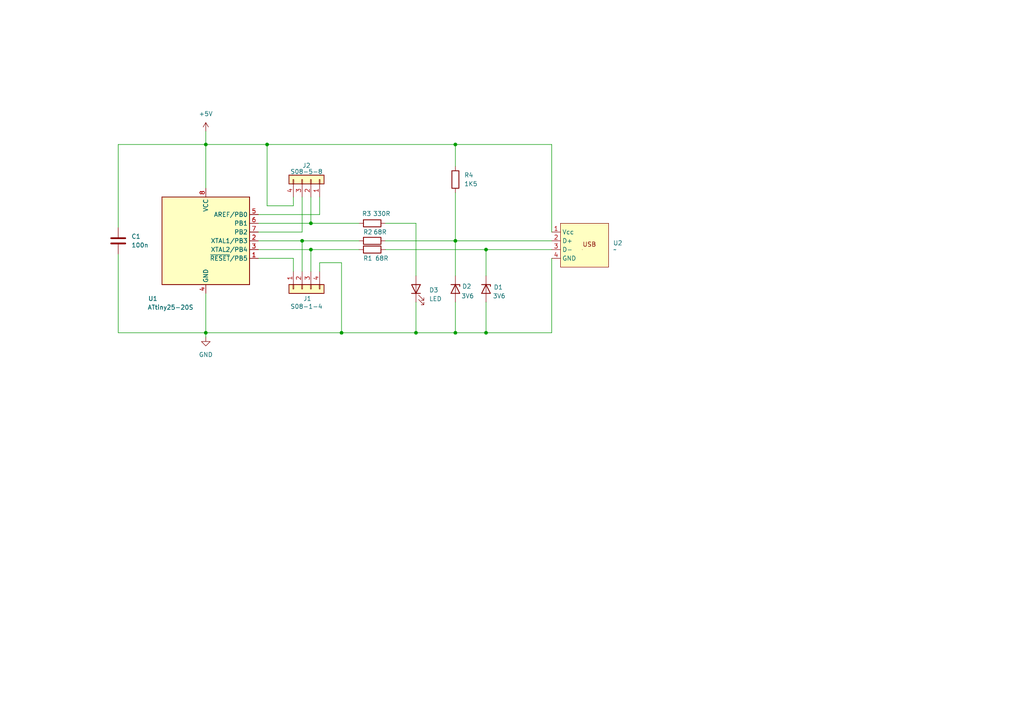
<source format=kicad_sch>
(kicad_sch
	(version 20231120)
	(generator "eeschema")
	(generator_version "8.0")
	(uuid "6b1ca0b6-77c0-4f05-8de9-141a2aa0eb27")
	(paper "A4")
	(lib_symbols
		(symbol "1_my_custom_symbol_library:PCB_USB_connector"
			(exclude_from_sim no)
			(in_bom yes)
			(on_board yes)
			(property "Reference" "U"
				(at 0 0 0)
				(effects
					(font
						(size 1.27 1.27)
					)
				)
			)
			(property "Value" ""
				(at 0 0 0)
				(effects
					(font
						(size 1.27 1.27)
					)
				)
			)
			(property "Footprint" ""
				(at 0 0 0)
				(effects
					(font
						(size 1.27 1.27)
					)
					(hide yes)
				)
			)
			(property "Datasheet" ""
				(at 0 0 0)
				(effects
					(font
						(size 1.27 1.27)
					)
					(hide yes)
				)
			)
			(property "Description" ""
				(at 0 0 0)
				(effects
					(font
						(size 1.27 1.27)
					)
					(hide yes)
				)
			)
			(symbol "PCB_USB_connector_0_1"
				(rectangle
					(start 7.62 -1.27)
					(end 7.62 -1.27)
					(stroke
						(width 0)
						(type default)
					)
					(fill
						(type none)
					)
				)
			)
			(symbol "PCB_USB_connector_1_1"
				(rectangle
					(start 1.27 6.35)
					(end 15.24 -6.35)
					(stroke
						(width 0)
						(type default)
					)
					(fill
						(type background)
					)
				)
				(text "USB"
					(at 9.652 0.254 0)
					(effects
						(font
							(size 1.27 1.27)
						)
					)
				)
				(pin power_in line
					(at -1.27 3.81 0)
					(length 2.54)
					(name "Vcc"
						(effects
							(font
								(size 1.27 1.27)
							)
						)
					)
					(number "1"
						(effects
							(font
								(size 1.27 1.27)
							)
						)
					)
				)
				(pin bidirectional line
					(at -1.27 1.27 0)
					(length 2.54)
					(name "D+"
						(effects
							(font
								(size 1.27 1.27)
							)
						)
					)
					(number "2"
						(effects
							(font
								(size 1.27 1.27)
							)
						)
					)
				)
				(pin bidirectional line
					(at -1.27 -1.27 0)
					(length 2.54)
					(name "D-"
						(effects
							(font
								(size 1.27 1.27)
							)
						)
					)
					(number "3"
						(effects
							(font
								(size 1.27 1.27)
							)
						)
					)
				)
				(pin power_in line
					(at -1.27 -3.81 0)
					(length 2.54)
					(name "GND"
						(effects
							(font
								(size 1.27 1.27)
							)
						)
					)
					(number "4"
						(effects
							(font
								(size 1.27 1.27)
							)
						)
					)
				)
			)
		)
		(symbol "Connector_Generic:Conn_01x04"
			(pin_names
				(offset 1.016) hide)
			(exclude_from_sim no)
			(in_bom yes)
			(on_board yes)
			(property "Reference" "J"
				(at 0 5.08 0)
				(effects
					(font
						(size 1.27 1.27)
					)
				)
			)
			(property "Value" "Conn_01x04"
				(at 0 -7.62 0)
				(effects
					(font
						(size 1.27 1.27)
					)
				)
			)
			(property "Footprint" ""
				(at 0 0 0)
				(effects
					(font
						(size 1.27 1.27)
					)
					(hide yes)
				)
			)
			(property "Datasheet" "~"
				(at 0 0 0)
				(effects
					(font
						(size 1.27 1.27)
					)
					(hide yes)
				)
			)
			(property "Description" "Generic connector, single row, 01x04, script generated (kicad-library-utils/schlib/autogen/connector/)"
				(at 0 0 0)
				(effects
					(font
						(size 1.27 1.27)
					)
					(hide yes)
				)
			)
			(property "ki_keywords" "connector"
				(at 0 0 0)
				(effects
					(font
						(size 1.27 1.27)
					)
					(hide yes)
				)
			)
			(property "ki_fp_filters" "Connector*:*_1x??_*"
				(at 0 0 0)
				(effects
					(font
						(size 1.27 1.27)
					)
					(hide yes)
				)
			)
			(symbol "Conn_01x04_1_1"
				(rectangle
					(start -1.27 -4.953)
					(end 0 -5.207)
					(stroke
						(width 0.1524)
						(type default)
					)
					(fill
						(type none)
					)
				)
				(rectangle
					(start -1.27 -2.413)
					(end 0 -2.667)
					(stroke
						(width 0.1524)
						(type default)
					)
					(fill
						(type none)
					)
				)
				(rectangle
					(start -1.27 0.127)
					(end 0 -0.127)
					(stroke
						(width 0.1524)
						(type default)
					)
					(fill
						(type none)
					)
				)
				(rectangle
					(start -1.27 2.667)
					(end 0 2.413)
					(stroke
						(width 0.1524)
						(type default)
					)
					(fill
						(type none)
					)
				)
				(rectangle
					(start -1.27 3.81)
					(end 1.27 -6.35)
					(stroke
						(width 0.254)
						(type default)
					)
					(fill
						(type background)
					)
				)
				(pin passive line
					(at -5.08 2.54 0)
					(length 3.81)
					(name "Pin_1"
						(effects
							(font
								(size 1.27 1.27)
							)
						)
					)
					(number "1"
						(effects
							(font
								(size 1.27 1.27)
							)
						)
					)
				)
				(pin passive line
					(at -5.08 0 0)
					(length 3.81)
					(name "Pin_2"
						(effects
							(font
								(size 1.27 1.27)
							)
						)
					)
					(number "2"
						(effects
							(font
								(size 1.27 1.27)
							)
						)
					)
				)
				(pin passive line
					(at -5.08 -2.54 0)
					(length 3.81)
					(name "Pin_3"
						(effects
							(font
								(size 1.27 1.27)
							)
						)
					)
					(number "3"
						(effects
							(font
								(size 1.27 1.27)
							)
						)
					)
				)
				(pin passive line
					(at -5.08 -5.08 0)
					(length 3.81)
					(name "Pin_4"
						(effects
							(font
								(size 1.27 1.27)
							)
						)
					)
					(number "4"
						(effects
							(font
								(size 1.27 1.27)
							)
						)
					)
				)
			)
		)
		(symbol "Device:C"
			(pin_numbers hide)
			(pin_names
				(offset 0.254)
			)
			(exclude_from_sim no)
			(in_bom yes)
			(on_board yes)
			(property "Reference" "C"
				(at 0.635 2.54 0)
				(effects
					(font
						(size 1.27 1.27)
					)
					(justify left)
				)
			)
			(property "Value" "C"
				(at 0.635 -2.54 0)
				(effects
					(font
						(size 1.27 1.27)
					)
					(justify left)
				)
			)
			(property "Footprint" ""
				(at 0.9652 -3.81 0)
				(effects
					(font
						(size 1.27 1.27)
					)
					(hide yes)
				)
			)
			(property "Datasheet" "~"
				(at 0 0 0)
				(effects
					(font
						(size 1.27 1.27)
					)
					(hide yes)
				)
			)
			(property "Description" "Unpolarized capacitor"
				(at 0 0 0)
				(effects
					(font
						(size 1.27 1.27)
					)
					(hide yes)
				)
			)
			(property "ki_keywords" "cap capacitor"
				(at 0 0 0)
				(effects
					(font
						(size 1.27 1.27)
					)
					(hide yes)
				)
			)
			(property "ki_fp_filters" "C_*"
				(at 0 0 0)
				(effects
					(font
						(size 1.27 1.27)
					)
					(hide yes)
				)
			)
			(symbol "C_0_1"
				(polyline
					(pts
						(xy -2.032 -0.762) (xy 2.032 -0.762)
					)
					(stroke
						(width 0.508)
						(type default)
					)
					(fill
						(type none)
					)
				)
				(polyline
					(pts
						(xy -2.032 0.762) (xy 2.032 0.762)
					)
					(stroke
						(width 0.508)
						(type default)
					)
					(fill
						(type none)
					)
				)
			)
			(symbol "C_1_1"
				(pin passive line
					(at 0 3.81 270)
					(length 2.794)
					(name "~"
						(effects
							(font
								(size 1.27 1.27)
							)
						)
					)
					(number "1"
						(effects
							(font
								(size 1.27 1.27)
							)
						)
					)
				)
				(pin passive line
					(at 0 -3.81 90)
					(length 2.794)
					(name "~"
						(effects
							(font
								(size 1.27 1.27)
							)
						)
					)
					(number "2"
						(effects
							(font
								(size 1.27 1.27)
							)
						)
					)
				)
			)
		)
		(symbol "Device:D_Zener"
			(pin_numbers hide)
			(pin_names
				(offset 1.016) hide)
			(exclude_from_sim no)
			(in_bom yes)
			(on_board yes)
			(property "Reference" "D"
				(at 0 2.54 0)
				(effects
					(font
						(size 1.27 1.27)
					)
				)
			)
			(property "Value" "D_Zener"
				(at 0 -2.54 0)
				(effects
					(font
						(size 1.27 1.27)
					)
				)
			)
			(property "Footprint" ""
				(at 0 0 0)
				(effects
					(font
						(size 1.27 1.27)
					)
					(hide yes)
				)
			)
			(property "Datasheet" "~"
				(at 0 0 0)
				(effects
					(font
						(size 1.27 1.27)
					)
					(hide yes)
				)
			)
			(property "Description" "Zener diode"
				(at 0 0 0)
				(effects
					(font
						(size 1.27 1.27)
					)
					(hide yes)
				)
			)
			(property "ki_keywords" "diode"
				(at 0 0 0)
				(effects
					(font
						(size 1.27 1.27)
					)
					(hide yes)
				)
			)
			(property "ki_fp_filters" "TO-???* *_Diode_* *SingleDiode* D_*"
				(at 0 0 0)
				(effects
					(font
						(size 1.27 1.27)
					)
					(hide yes)
				)
			)
			(symbol "D_Zener_0_1"
				(polyline
					(pts
						(xy 1.27 0) (xy -1.27 0)
					)
					(stroke
						(width 0)
						(type default)
					)
					(fill
						(type none)
					)
				)
				(polyline
					(pts
						(xy -1.27 -1.27) (xy -1.27 1.27) (xy -0.762 1.27)
					)
					(stroke
						(width 0.254)
						(type default)
					)
					(fill
						(type none)
					)
				)
				(polyline
					(pts
						(xy 1.27 -1.27) (xy 1.27 1.27) (xy -1.27 0) (xy 1.27 -1.27)
					)
					(stroke
						(width 0.254)
						(type default)
					)
					(fill
						(type none)
					)
				)
			)
			(symbol "D_Zener_1_1"
				(pin passive line
					(at -3.81 0 0)
					(length 2.54)
					(name "K"
						(effects
							(font
								(size 1.27 1.27)
							)
						)
					)
					(number "1"
						(effects
							(font
								(size 1.27 1.27)
							)
						)
					)
				)
				(pin passive line
					(at 3.81 0 180)
					(length 2.54)
					(name "A"
						(effects
							(font
								(size 1.27 1.27)
							)
						)
					)
					(number "2"
						(effects
							(font
								(size 1.27 1.27)
							)
						)
					)
				)
			)
		)
		(symbol "Device:LED"
			(pin_numbers hide)
			(pin_names
				(offset 1.016) hide)
			(exclude_from_sim no)
			(in_bom yes)
			(on_board yes)
			(property "Reference" "D"
				(at 0 2.54 0)
				(effects
					(font
						(size 1.27 1.27)
					)
				)
			)
			(property "Value" "LED"
				(at 0 -2.54 0)
				(effects
					(font
						(size 1.27 1.27)
					)
				)
			)
			(property "Footprint" ""
				(at 0 0 0)
				(effects
					(font
						(size 1.27 1.27)
					)
					(hide yes)
				)
			)
			(property "Datasheet" "~"
				(at 0 0 0)
				(effects
					(font
						(size 1.27 1.27)
					)
					(hide yes)
				)
			)
			(property "Description" "Light emitting diode"
				(at 0 0 0)
				(effects
					(font
						(size 1.27 1.27)
					)
					(hide yes)
				)
			)
			(property "ki_keywords" "LED diode"
				(at 0 0 0)
				(effects
					(font
						(size 1.27 1.27)
					)
					(hide yes)
				)
			)
			(property "ki_fp_filters" "LED* LED_SMD:* LED_THT:*"
				(at 0 0 0)
				(effects
					(font
						(size 1.27 1.27)
					)
					(hide yes)
				)
			)
			(symbol "LED_0_1"
				(polyline
					(pts
						(xy -1.27 -1.27) (xy -1.27 1.27)
					)
					(stroke
						(width 0.254)
						(type default)
					)
					(fill
						(type none)
					)
				)
				(polyline
					(pts
						(xy -1.27 0) (xy 1.27 0)
					)
					(stroke
						(width 0)
						(type default)
					)
					(fill
						(type none)
					)
				)
				(polyline
					(pts
						(xy 1.27 -1.27) (xy 1.27 1.27) (xy -1.27 0) (xy 1.27 -1.27)
					)
					(stroke
						(width 0.254)
						(type default)
					)
					(fill
						(type none)
					)
				)
				(polyline
					(pts
						(xy -3.048 -0.762) (xy -4.572 -2.286) (xy -3.81 -2.286) (xy -4.572 -2.286) (xy -4.572 -1.524)
					)
					(stroke
						(width 0)
						(type default)
					)
					(fill
						(type none)
					)
				)
				(polyline
					(pts
						(xy -1.778 -0.762) (xy -3.302 -2.286) (xy -2.54 -2.286) (xy -3.302 -2.286) (xy -3.302 -1.524)
					)
					(stroke
						(width 0)
						(type default)
					)
					(fill
						(type none)
					)
				)
			)
			(symbol "LED_1_1"
				(pin passive line
					(at -3.81 0 0)
					(length 2.54)
					(name "K"
						(effects
							(font
								(size 1.27 1.27)
							)
						)
					)
					(number "1"
						(effects
							(font
								(size 1.27 1.27)
							)
						)
					)
				)
				(pin passive line
					(at 3.81 0 180)
					(length 2.54)
					(name "A"
						(effects
							(font
								(size 1.27 1.27)
							)
						)
					)
					(number "2"
						(effects
							(font
								(size 1.27 1.27)
							)
						)
					)
				)
			)
		)
		(symbol "Device:R"
			(pin_numbers hide)
			(pin_names
				(offset 0)
			)
			(exclude_from_sim no)
			(in_bom yes)
			(on_board yes)
			(property "Reference" "R"
				(at 2.032 0 90)
				(effects
					(font
						(size 1.27 1.27)
					)
				)
			)
			(property "Value" "R"
				(at 0 0 90)
				(effects
					(font
						(size 1.27 1.27)
					)
				)
			)
			(property "Footprint" ""
				(at -1.778 0 90)
				(effects
					(font
						(size 1.27 1.27)
					)
					(hide yes)
				)
			)
			(property "Datasheet" "~"
				(at 0 0 0)
				(effects
					(font
						(size 1.27 1.27)
					)
					(hide yes)
				)
			)
			(property "Description" "Resistor"
				(at 0 0 0)
				(effects
					(font
						(size 1.27 1.27)
					)
					(hide yes)
				)
			)
			(property "ki_keywords" "R res resistor"
				(at 0 0 0)
				(effects
					(font
						(size 1.27 1.27)
					)
					(hide yes)
				)
			)
			(property "ki_fp_filters" "R_*"
				(at 0 0 0)
				(effects
					(font
						(size 1.27 1.27)
					)
					(hide yes)
				)
			)
			(symbol "R_0_1"
				(rectangle
					(start -1.016 -2.54)
					(end 1.016 2.54)
					(stroke
						(width 0.254)
						(type default)
					)
					(fill
						(type none)
					)
				)
			)
			(symbol "R_1_1"
				(pin passive line
					(at 0 3.81 270)
					(length 1.27)
					(name "~"
						(effects
							(font
								(size 1.27 1.27)
							)
						)
					)
					(number "1"
						(effects
							(font
								(size 1.27 1.27)
							)
						)
					)
				)
				(pin passive line
					(at 0 -3.81 90)
					(length 1.27)
					(name "~"
						(effects
							(font
								(size 1.27 1.27)
							)
						)
					)
					(number "2"
						(effects
							(font
								(size 1.27 1.27)
							)
						)
					)
				)
			)
		)
		(symbol "MCU_Microchip_ATtiny:ATtiny25-20S"
			(exclude_from_sim no)
			(in_bom yes)
			(on_board yes)
			(property "Reference" "U"
				(at -12.7 13.97 0)
				(effects
					(font
						(size 1.27 1.27)
					)
					(justify left bottom)
				)
			)
			(property "Value" "ATtiny25-20S"
				(at 2.54 -13.97 0)
				(effects
					(font
						(size 1.27 1.27)
					)
					(justify left top)
				)
			)
			(property "Footprint" "Package_SO:SOIC-8W_5.3x5.3mm_P1.27mm"
				(at 0 0 0)
				(effects
					(font
						(size 1.27 1.27)
						(italic yes)
					)
					(hide yes)
				)
			)
			(property "Datasheet" "http://ww1.microchip.com/downloads/en/DeviceDoc/atmel-2586-avr-8-bit-microcontroller-attiny25-attiny45-attiny85_datasheet.pdf"
				(at 0 0 0)
				(effects
					(font
						(size 1.27 1.27)
					)
					(hide yes)
				)
			)
			(property "Description" "20MHz, 2kB Flash, 128B SRAM, 128B EEPROM, debugWIRE, SOIC-8W"
				(at 0 0 0)
				(effects
					(font
						(size 1.27 1.27)
					)
					(hide yes)
				)
			)
			(property "ki_keywords" "AVR 8bit Microcontroller tinyAVR"
				(at 0 0 0)
				(effects
					(font
						(size 1.27 1.27)
					)
					(hide yes)
				)
			)
			(property "ki_fp_filters" "SOIC*5.3x5.3mm*P1.27mm*"
				(at 0 0 0)
				(effects
					(font
						(size 1.27 1.27)
					)
					(hide yes)
				)
			)
			(symbol "ATtiny25-20S_0_1"
				(rectangle
					(start -12.7 -12.7)
					(end 12.7 12.7)
					(stroke
						(width 0.254)
						(type default)
					)
					(fill
						(type background)
					)
				)
			)
			(symbol "ATtiny25-20S_1_1"
				(pin bidirectional line
					(at 15.24 -5.08 180)
					(length 2.54)
					(name "~{RESET}/PB5"
						(effects
							(font
								(size 1.27 1.27)
							)
						)
					)
					(number "1"
						(effects
							(font
								(size 1.27 1.27)
							)
						)
					)
				)
				(pin bidirectional line
					(at 15.24 0 180)
					(length 2.54)
					(name "XTAL1/PB3"
						(effects
							(font
								(size 1.27 1.27)
							)
						)
					)
					(number "2"
						(effects
							(font
								(size 1.27 1.27)
							)
						)
					)
				)
				(pin bidirectional line
					(at 15.24 -2.54 180)
					(length 2.54)
					(name "XTAL2/PB4"
						(effects
							(font
								(size 1.27 1.27)
							)
						)
					)
					(number "3"
						(effects
							(font
								(size 1.27 1.27)
							)
						)
					)
				)
				(pin power_in line
					(at 0 -15.24 90)
					(length 2.54)
					(name "GND"
						(effects
							(font
								(size 1.27 1.27)
							)
						)
					)
					(number "4"
						(effects
							(font
								(size 1.27 1.27)
							)
						)
					)
				)
				(pin bidirectional line
					(at 15.24 7.62 180)
					(length 2.54)
					(name "AREF/PB0"
						(effects
							(font
								(size 1.27 1.27)
							)
						)
					)
					(number "5"
						(effects
							(font
								(size 1.27 1.27)
							)
						)
					)
				)
				(pin bidirectional line
					(at 15.24 5.08 180)
					(length 2.54)
					(name "PB1"
						(effects
							(font
								(size 1.27 1.27)
							)
						)
					)
					(number "6"
						(effects
							(font
								(size 1.27 1.27)
							)
						)
					)
				)
				(pin bidirectional line
					(at 15.24 2.54 180)
					(length 2.54)
					(name "PB2"
						(effects
							(font
								(size 1.27 1.27)
							)
						)
					)
					(number "7"
						(effects
							(font
								(size 1.27 1.27)
							)
						)
					)
				)
				(pin power_in line
					(at 0 15.24 270)
					(length 2.54)
					(name "VCC"
						(effects
							(font
								(size 1.27 1.27)
							)
						)
					)
					(number "8"
						(effects
							(font
								(size 1.27 1.27)
							)
						)
					)
				)
			)
		)
		(symbol "power:+5V"
			(power)
			(pin_numbers hide)
			(pin_names
				(offset 0) hide)
			(exclude_from_sim no)
			(in_bom yes)
			(on_board yes)
			(property "Reference" "#PWR"
				(at 0 -3.81 0)
				(effects
					(font
						(size 1.27 1.27)
					)
					(hide yes)
				)
			)
			(property "Value" "+5V"
				(at 0 3.556 0)
				(effects
					(font
						(size 1.27 1.27)
					)
				)
			)
			(property "Footprint" ""
				(at 0 0 0)
				(effects
					(font
						(size 1.27 1.27)
					)
					(hide yes)
				)
			)
			(property "Datasheet" ""
				(at 0 0 0)
				(effects
					(font
						(size 1.27 1.27)
					)
					(hide yes)
				)
			)
			(property "Description" "Power symbol creates a global label with name \"+5V\""
				(at 0 0 0)
				(effects
					(font
						(size 1.27 1.27)
					)
					(hide yes)
				)
			)
			(property "ki_keywords" "global power"
				(at 0 0 0)
				(effects
					(font
						(size 1.27 1.27)
					)
					(hide yes)
				)
			)
			(symbol "+5V_0_1"
				(polyline
					(pts
						(xy -0.762 1.27) (xy 0 2.54)
					)
					(stroke
						(width 0)
						(type default)
					)
					(fill
						(type none)
					)
				)
				(polyline
					(pts
						(xy 0 0) (xy 0 2.54)
					)
					(stroke
						(width 0)
						(type default)
					)
					(fill
						(type none)
					)
				)
				(polyline
					(pts
						(xy 0 2.54) (xy 0.762 1.27)
					)
					(stroke
						(width 0)
						(type default)
					)
					(fill
						(type none)
					)
				)
			)
			(symbol "+5V_1_1"
				(pin power_in line
					(at 0 0 90)
					(length 0)
					(name "~"
						(effects
							(font
								(size 1.27 1.27)
							)
						)
					)
					(number "1"
						(effects
							(font
								(size 1.27 1.27)
							)
						)
					)
				)
			)
		)
		(symbol "power:GND"
			(power)
			(pin_numbers hide)
			(pin_names
				(offset 0) hide)
			(exclude_from_sim no)
			(in_bom yes)
			(on_board yes)
			(property "Reference" "#PWR"
				(at 0 -6.35 0)
				(effects
					(font
						(size 1.27 1.27)
					)
					(hide yes)
				)
			)
			(property "Value" "GND"
				(at 0 -3.81 0)
				(effects
					(font
						(size 1.27 1.27)
					)
				)
			)
			(property "Footprint" ""
				(at 0 0 0)
				(effects
					(font
						(size 1.27 1.27)
					)
					(hide yes)
				)
			)
			(property "Datasheet" ""
				(at 0 0 0)
				(effects
					(font
						(size 1.27 1.27)
					)
					(hide yes)
				)
			)
			(property "Description" "Power symbol creates a global label with name \"GND\" , ground"
				(at 0 0 0)
				(effects
					(font
						(size 1.27 1.27)
					)
					(hide yes)
				)
			)
			(property "ki_keywords" "global power"
				(at 0 0 0)
				(effects
					(font
						(size 1.27 1.27)
					)
					(hide yes)
				)
			)
			(symbol "GND_0_1"
				(polyline
					(pts
						(xy 0 0) (xy 0 -1.27) (xy 1.27 -1.27) (xy 0 -2.54) (xy -1.27 -1.27) (xy 0 -1.27)
					)
					(stroke
						(width 0)
						(type default)
					)
					(fill
						(type none)
					)
				)
			)
			(symbol "GND_1_1"
				(pin power_in line
					(at 0 0 270)
					(length 0)
					(name "~"
						(effects
							(font
								(size 1.27 1.27)
							)
						)
					)
					(number "1"
						(effects
							(font
								(size 1.27 1.27)
							)
						)
					)
				)
			)
		)
	)
	(junction
		(at 59.69 96.52)
		(diameter 0)
		(color 0 0 0 0)
		(uuid "06d1e0e1-f7d3-454a-ad6a-fb6055509d4c")
	)
	(junction
		(at 99.06 96.52)
		(diameter 0)
		(color 0 0 0 0)
		(uuid "194f1e9a-aea1-444e-84a8-c143393a1be3")
	)
	(junction
		(at 87.63 69.85)
		(diameter 0)
		(color 0 0 0 0)
		(uuid "2d60b835-26d9-479a-bc61-79424d37d357")
	)
	(junction
		(at 120.65 96.52)
		(diameter 0)
		(color 0 0 0 0)
		(uuid "34be9110-1e26-474d-a8b5-7ef572c39dfb")
	)
	(junction
		(at 90.17 72.39)
		(diameter 0)
		(color 0 0 0 0)
		(uuid "4503546e-f977-47df-ac3b-2bb6ee57832c")
	)
	(junction
		(at 132.08 41.91)
		(diameter 0)
		(color 0 0 0 0)
		(uuid "56dd8dd3-f294-47bf-b35f-6c40e931e72d")
	)
	(junction
		(at 132.08 96.52)
		(diameter 0)
		(color 0 0 0 0)
		(uuid "5c7c6f18-b5a4-4b0d-8d53-d3c3972505f8")
	)
	(junction
		(at 140.97 96.52)
		(diameter 0)
		(color 0 0 0 0)
		(uuid "70e70f18-5c0e-496a-8ef3-ba87a5132afd")
	)
	(junction
		(at 140.97 72.39)
		(diameter 0)
		(color 0 0 0 0)
		(uuid "8e7e387b-7ee5-414c-8187-b41a36709b39")
	)
	(junction
		(at 77.47 41.91)
		(diameter 0)
		(color 0 0 0 0)
		(uuid "944d1cb5-aa94-4d4d-86f4-7f1f295ccb46")
	)
	(junction
		(at 90.17 64.77)
		(diameter 0)
		(color 0 0 0 0)
		(uuid "a0aee135-0365-4440-9121-0768f0a300da")
	)
	(junction
		(at 132.08 69.85)
		(diameter 0)
		(color 0 0 0 0)
		(uuid "cd1e21cc-1beb-49c7-8617-4fb927407e2e")
	)
	(junction
		(at 59.69 41.91)
		(diameter 0)
		(color 0 0 0 0)
		(uuid "df5ccdd7-736d-4de1-9b6c-687e8546d7b7")
	)
	(wire
		(pts
			(xy 140.97 72.39) (xy 140.97 80.01)
		)
		(stroke
			(width 0)
			(type default)
		)
		(uuid "002c8f20-9f0f-4c2a-9c35-5b76aad099be")
	)
	(wire
		(pts
			(xy 59.69 85.09) (xy 59.69 96.52)
		)
		(stroke
			(width 0)
			(type default)
		)
		(uuid "023245db-ad38-4cae-bb75-d014f9d2958a")
	)
	(wire
		(pts
			(xy 160.02 41.91) (xy 132.08 41.91)
		)
		(stroke
			(width 0)
			(type default)
		)
		(uuid "06ac60e9-71ef-49ee-8a8f-182cbfcd81f9")
	)
	(wire
		(pts
			(xy 34.29 73.66) (xy 34.29 96.52)
		)
		(stroke
			(width 0)
			(type default)
		)
		(uuid "072ba944-4b10-480a-b2bb-82493863228d")
	)
	(wire
		(pts
			(xy 87.63 69.85) (xy 87.63 78.74)
		)
		(stroke
			(width 0)
			(type default)
		)
		(uuid "0a38bba2-5fc5-481b-911f-4f3d2f1edefa")
	)
	(wire
		(pts
			(xy 59.69 38.1) (xy 59.69 41.91)
		)
		(stroke
			(width 0)
			(type default)
		)
		(uuid "0c6a82a5-67a2-4a5a-b3cb-2ba181187fba")
	)
	(wire
		(pts
			(xy 160.02 96.52) (xy 140.97 96.52)
		)
		(stroke
			(width 0)
			(type default)
		)
		(uuid "0e20fd4a-7b30-4956-befa-8165cd9226bd")
	)
	(wire
		(pts
			(xy 34.29 96.52) (xy 59.69 96.52)
		)
		(stroke
			(width 0)
			(type default)
		)
		(uuid "0e863410-65eb-4386-8efd-b589faea711b")
	)
	(wire
		(pts
			(xy 120.65 87.63) (xy 120.65 96.52)
		)
		(stroke
			(width 0)
			(type default)
		)
		(uuid "15d93052-0119-427f-bd3e-3ca41099f2d7")
	)
	(wire
		(pts
			(xy 85.09 57.15) (xy 85.09 59.69)
		)
		(stroke
			(width 0)
			(type default)
		)
		(uuid "292b7976-151d-4057-9d7c-12a5e0d377c9")
	)
	(wire
		(pts
			(xy 160.02 67.31) (xy 160.02 41.91)
		)
		(stroke
			(width 0)
			(type default)
		)
		(uuid "29429a95-70a3-48ba-b17a-ce5db4d4f972")
	)
	(wire
		(pts
			(xy 120.65 64.77) (xy 120.65 80.01)
		)
		(stroke
			(width 0)
			(type default)
		)
		(uuid "2c9d1a91-290e-4019-8aad-6f8971206086")
	)
	(wire
		(pts
			(xy 99.06 76.2) (xy 99.06 96.52)
		)
		(stroke
			(width 0)
			(type default)
		)
		(uuid "36836ef8-fae5-4fe3-983b-929a1a6bd773")
	)
	(wire
		(pts
			(xy 111.76 72.39) (xy 140.97 72.39)
		)
		(stroke
			(width 0)
			(type default)
		)
		(uuid "387d9650-c744-4389-833e-ab382eaaec2b")
	)
	(wire
		(pts
			(xy 90.17 64.77) (xy 104.14 64.77)
		)
		(stroke
			(width 0)
			(type default)
		)
		(uuid "38c273ae-7a77-48d7-bfef-07418c6c1589")
	)
	(wire
		(pts
			(xy 34.29 41.91) (xy 59.69 41.91)
		)
		(stroke
			(width 0)
			(type default)
		)
		(uuid "3f7829af-5c5f-48da-bd86-02bb9cd421b7")
	)
	(wire
		(pts
			(xy 74.93 74.93) (xy 85.09 74.93)
		)
		(stroke
			(width 0)
			(type default)
		)
		(uuid "404145a5-b15e-462f-8c79-c4666dbcabe6")
	)
	(wire
		(pts
			(xy 132.08 96.52) (xy 120.65 96.52)
		)
		(stroke
			(width 0)
			(type default)
		)
		(uuid "4e80b9b5-1168-4cff-ad51-f6b83197c832")
	)
	(wire
		(pts
			(xy 87.63 69.85) (xy 104.14 69.85)
		)
		(stroke
			(width 0)
			(type default)
		)
		(uuid "520814a8-1e95-42bc-8417-37fd77d7ba9e")
	)
	(wire
		(pts
			(xy 85.09 59.69) (xy 77.47 59.69)
		)
		(stroke
			(width 0)
			(type default)
		)
		(uuid "5732d128-c0c7-4f52-9ade-2df3a7106206")
	)
	(wire
		(pts
			(xy 59.69 96.52) (xy 59.69 97.79)
		)
		(stroke
			(width 0)
			(type default)
		)
		(uuid "5eb1e668-7c64-4629-bc0a-b64e276fd5ec")
	)
	(wire
		(pts
			(xy 99.06 96.52) (xy 59.69 96.52)
		)
		(stroke
			(width 0)
			(type default)
		)
		(uuid "5f562acc-5e97-4bfc-bbf2-de75896ed887")
	)
	(wire
		(pts
			(xy 90.17 72.39) (xy 90.17 78.74)
		)
		(stroke
			(width 0)
			(type default)
		)
		(uuid "60a629d4-d097-4341-9d8e-5518809a6be1")
	)
	(wire
		(pts
			(xy 132.08 48.26) (xy 132.08 41.91)
		)
		(stroke
			(width 0)
			(type default)
		)
		(uuid "6563ff72-4555-48f1-a345-2ec57f3e3a7d")
	)
	(wire
		(pts
			(xy 77.47 41.91) (xy 59.69 41.91)
		)
		(stroke
			(width 0)
			(type default)
		)
		(uuid "6ad3a532-cbb1-4aa3-8a8a-d022464c3b59")
	)
	(wire
		(pts
			(xy 111.76 69.85) (xy 132.08 69.85)
		)
		(stroke
			(width 0)
			(type default)
		)
		(uuid "71cfeb38-493f-4891-873a-0cb97d725726")
	)
	(wire
		(pts
			(xy 74.93 69.85) (xy 87.63 69.85)
		)
		(stroke
			(width 0)
			(type default)
		)
		(uuid "73bf0dce-2112-4ed0-8540-1524842ac2b9")
	)
	(wire
		(pts
			(xy 160.02 74.93) (xy 160.02 96.52)
		)
		(stroke
			(width 0)
			(type default)
		)
		(uuid "75c123fe-7f94-44f7-961a-6ce6cc2425e8")
	)
	(wire
		(pts
			(xy 87.63 57.15) (xy 87.63 67.31)
		)
		(stroke
			(width 0)
			(type default)
		)
		(uuid "77d32260-4eb4-4ac2-bdb5-70d4f281acbc")
	)
	(wire
		(pts
			(xy 92.71 57.15) (xy 92.71 62.23)
		)
		(stroke
			(width 0)
			(type default)
		)
		(uuid "8af461cc-3cdf-48a1-8493-dd5d89efc0d9")
	)
	(wire
		(pts
			(xy 77.47 59.69) (xy 77.47 41.91)
		)
		(stroke
			(width 0)
			(type default)
		)
		(uuid "8edad947-7242-4f7b-9fe7-452344f90fcf")
	)
	(wire
		(pts
			(xy 140.97 96.52) (xy 132.08 96.52)
		)
		(stroke
			(width 0)
			(type default)
		)
		(uuid "8fd03411-9ccc-48c0-b09d-78013ea55bea")
	)
	(wire
		(pts
			(xy 132.08 87.63) (xy 132.08 96.52)
		)
		(stroke
			(width 0)
			(type default)
		)
		(uuid "998033ce-7a13-49b5-a80b-d7335a2bd132")
	)
	(wire
		(pts
			(xy 74.93 72.39) (xy 90.17 72.39)
		)
		(stroke
			(width 0)
			(type default)
		)
		(uuid "a1f4e3d8-b250-47aa-9377-0547401e566e")
	)
	(wire
		(pts
			(xy 111.76 64.77) (xy 120.65 64.77)
		)
		(stroke
			(width 0)
			(type default)
		)
		(uuid "a68fcdf7-0498-4002-b9e6-1fced2a3d031")
	)
	(wire
		(pts
			(xy 120.65 96.52) (xy 99.06 96.52)
		)
		(stroke
			(width 0)
			(type default)
		)
		(uuid "aae06ff8-f765-40ee-ad26-87e2906010a2")
	)
	(wire
		(pts
			(xy 140.97 87.63) (xy 140.97 96.52)
		)
		(stroke
			(width 0)
			(type default)
		)
		(uuid "b2ce973f-c911-4917-8559-848e24c4504d")
	)
	(wire
		(pts
			(xy 160.02 69.85) (xy 132.08 69.85)
		)
		(stroke
			(width 0)
			(type default)
		)
		(uuid "b9d58a99-fbf2-4ae2-8729-65b200d2cc11")
	)
	(wire
		(pts
			(xy 132.08 41.91) (xy 77.47 41.91)
		)
		(stroke
			(width 0)
			(type default)
		)
		(uuid "bd3c6136-8330-4e0d-9a9c-cfd733e1f128")
	)
	(wire
		(pts
			(xy 87.63 67.31) (xy 74.93 67.31)
		)
		(stroke
			(width 0)
			(type default)
		)
		(uuid "c0d87689-d553-4f77-8e28-dc027d5dcf52")
	)
	(wire
		(pts
			(xy 132.08 69.85) (xy 132.08 80.01)
		)
		(stroke
			(width 0)
			(type default)
		)
		(uuid "c8fe1cff-0bea-4677-afa7-b0a11946c35a")
	)
	(wire
		(pts
			(xy 92.71 78.74) (xy 92.71 76.2)
		)
		(stroke
			(width 0)
			(type default)
		)
		(uuid "ced91f3b-0d19-4778-bd49-0f8829a07f47")
	)
	(wire
		(pts
			(xy 92.71 62.23) (xy 74.93 62.23)
		)
		(stroke
			(width 0)
			(type default)
		)
		(uuid "d0355e2d-5138-4d0f-bb8c-4c7574395e2c")
	)
	(wire
		(pts
			(xy 90.17 57.15) (xy 90.17 64.77)
		)
		(stroke
			(width 0)
			(type default)
		)
		(uuid "d1524a41-419a-4cd3-b985-c75947cbc843")
	)
	(wire
		(pts
			(xy 140.97 72.39) (xy 160.02 72.39)
		)
		(stroke
			(width 0)
			(type default)
		)
		(uuid "dd788327-e121-43c0-a1e9-417a15ae76ff")
	)
	(wire
		(pts
			(xy 74.93 64.77) (xy 90.17 64.77)
		)
		(stroke
			(width 0)
			(type default)
		)
		(uuid "e01961f4-5c2c-4442-939d-669b05189792")
	)
	(wire
		(pts
			(xy 85.09 74.93) (xy 85.09 78.74)
		)
		(stroke
			(width 0)
			(type default)
		)
		(uuid "e5877e85-b8dd-4592-8b43-205ea6bc9f1d")
	)
	(wire
		(pts
			(xy 92.71 76.2) (xy 99.06 76.2)
		)
		(stroke
			(width 0)
			(type default)
		)
		(uuid "e6eefc6f-c28f-466a-9622-bceb42ae4a38")
	)
	(wire
		(pts
			(xy 132.08 55.88) (xy 132.08 69.85)
		)
		(stroke
			(width 0)
			(type default)
		)
		(uuid "e86782a1-7a04-40ab-913f-796c345d3e52")
	)
	(wire
		(pts
			(xy 90.17 72.39) (xy 104.14 72.39)
		)
		(stroke
			(width 0)
			(type default)
		)
		(uuid "e9cd8832-d67b-446c-ae6c-3a395ba4a014")
	)
	(wire
		(pts
			(xy 34.29 41.91) (xy 34.29 66.04)
		)
		(stroke
			(width 0)
			(type default)
		)
		(uuid "fb8a6309-b9d0-42ab-909a-93662131cd5b")
	)
	(wire
		(pts
			(xy 59.69 41.91) (xy 59.69 54.61)
		)
		(stroke
			(width 0)
			(type default)
		)
		(uuid "fc60ed7b-eed0-46fd-8568-06b819923e3a")
	)
	(symbol
		(lib_id "Device:D_Zener")
		(at 132.08 83.82 270)
		(unit 1)
		(exclude_from_sim no)
		(in_bom yes)
		(on_board yes)
		(dnp no)
		(uuid "05fd15e3-9e81-4459-b450-9e72c5742bd2")
		(property "Reference" "D2"
			(at 135.382 83.058 90)
			(effects
				(font
					(size 1.27 1.27)
				)
			)
		)
		(property "Value" "3V6"
			(at 135.636 85.852 90)
			(effects
				(font
					(size 1.27 1.27)
				)
			)
		)
		(property "Footprint" "Diode_SMD:D_SOD-123"
			(at 132.08 83.82 0)
			(effects
				(font
					(size 1.27 1.27)
				)
				(hide yes)
			)
		)
		(property "Datasheet" "~"
			(at 132.08 83.82 0)
			(effects
				(font
					(size 1.27 1.27)
				)
				(hide yes)
			)
		)
		(property "Description" "Zener diode"
			(at 132.08 83.82 0)
			(effects
				(font
					(size 1.27 1.27)
				)
				(hide yes)
			)
		)
		(pin "1"
			(uuid "42f85cc0-7d8f-4a6f-b6d8-d4a7607085f3")
		)
		(pin "2"
			(uuid "01ee251c-9a31-4363-8b20-549bd70c5843")
		)
		(instances
			(project ""
				(path "/6b1ca0b6-77c0-4f05-8de9-141a2aa0eb27"
					(reference "D2")
					(unit 1)
				)
			)
		)
	)
	(symbol
		(lib_id "power:+5V")
		(at 59.69 38.1 0)
		(unit 1)
		(exclude_from_sim no)
		(in_bom yes)
		(on_board yes)
		(dnp no)
		(fields_autoplaced yes)
		(uuid "0731a1c9-5d37-4290-aeb2-8210bf0f072d")
		(property "Reference" "#PWR01"
			(at 59.69 41.91 0)
			(effects
				(font
					(size 1.27 1.27)
				)
				(hide yes)
			)
		)
		(property "Value" "+5V"
			(at 59.69 33.02 0)
			(effects
				(font
					(size 1.27 1.27)
				)
			)
		)
		(property "Footprint" ""
			(at 59.69 38.1 0)
			(effects
				(font
					(size 1.27 1.27)
				)
				(hide yes)
			)
		)
		(property "Datasheet" ""
			(at 59.69 38.1 0)
			(effects
				(font
					(size 1.27 1.27)
				)
				(hide yes)
			)
		)
		(property "Description" "Power symbol creates a global label with name \"+5V\""
			(at 59.69 38.1 0)
			(effects
				(font
					(size 1.27 1.27)
				)
				(hide yes)
			)
		)
		(pin "1"
			(uuid "c6c0694d-28bb-4808-a99f-8c014add7cb4")
		)
		(instances
			(project ""
				(path "/6b1ca0b6-77c0-4f05-8de9-141a2aa0eb27"
					(reference "#PWR01")
					(unit 1)
				)
			)
		)
	)
	(symbol
		(lib_id "MCU_Microchip_ATtiny:ATtiny25-20S")
		(at 59.69 69.85 0)
		(unit 1)
		(exclude_from_sim no)
		(in_bom yes)
		(on_board yes)
		(dnp no)
		(uuid "6d7d5ce0-b1f8-4965-81ee-9d203be5b107")
		(property "Reference" "U1"
			(at 45.72 86.614 0)
			(effects
				(font
					(size 1.27 1.27)
				)
				(justify right)
			)
		)
		(property "Value" "ATtiny25-20S"
			(at 56.134 89.154 0)
			(effects
				(font
					(size 1.27 1.27)
				)
				(justify right)
			)
		)
		(property "Footprint" "Package_SO:SOIC-8W_5.3x5.3mm_P1.27mm"
			(at 59.69 69.85 0)
			(effects
				(font
					(size 1.27 1.27)
					(italic yes)
				)
				(hide yes)
			)
		)
		(property "Datasheet" "http://ww1.microchip.com/downloads/en/DeviceDoc/atmel-2586-avr-8-bit-microcontroller-attiny25-attiny45-attiny85_datasheet.pdf"
			(at 59.69 69.85 0)
			(effects
				(font
					(size 1.27 1.27)
				)
				(hide yes)
			)
		)
		(property "Description" "20MHz, 2kB Flash, 128B SRAM, 128B EEPROM, debugWIRE, SOIC-8W"
			(at 59.69 69.85 0)
			(effects
				(font
					(size 1.27 1.27)
				)
				(hide yes)
			)
		)
		(pin "1"
			(uuid "ae8f8680-af46-44c5-ab7c-ebf30a9bfcc9")
		)
		(pin "4"
			(uuid "3d17485a-ecc0-457a-85d9-36cfe97674d9")
		)
		(pin "6"
			(uuid "4cb73957-3902-45b1-afe9-950e6607702c")
		)
		(pin "3"
			(uuid "e09c6cc1-e496-445f-8d5a-71b796e1bd28")
		)
		(pin "8"
			(uuid "956c724e-b022-4850-b84f-09ad49b288dc")
		)
		(pin "7"
			(uuid "4ac6f53d-b930-48eb-9f9d-11e21be605ec")
		)
		(pin "5"
			(uuid "27bd6348-f70d-4b6b-a70a-a3dc63293bc1")
		)
		(pin "2"
			(uuid "aaec8bbe-720b-4f4d-92b7-9b23ecd16a67")
		)
		(instances
			(project ""
				(path "/6b1ca0b6-77c0-4f05-8de9-141a2aa0eb27"
					(reference "U1")
					(unit 1)
				)
			)
		)
	)
	(symbol
		(lib_id "Device:R")
		(at 107.95 69.85 270)
		(unit 1)
		(exclude_from_sim no)
		(in_bom yes)
		(on_board yes)
		(dnp no)
		(uuid "7573dfff-dbaf-4a07-a084-2a647629ee66")
		(property "Reference" "R2"
			(at 106.68 67.31 90)
			(effects
				(font
					(size 1.27 1.27)
				)
			)
		)
		(property "Value" "68R"
			(at 110.236 67.31 90)
			(effects
				(font
					(size 1.27 1.27)
				)
			)
		)
		(property "Footprint" "Resistor_SMD:R_0805_2012Metric_Pad1.20x1.40mm_HandSolder"
			(at 107.95 68.072 90)
			(effects
				(font
					(size 1.27 1.27)
				)
				(hide yes)
			)
		)
		(property "Datasheet" "~"
			(at 107.95 69.85 0)
			(effects
				(font
					(size 1.27 1.27)
				)
				(hide yes)
			)
		)
		(property "Description" "Resistor"
			(at 107.95 69.85 0)
			(effects
				(font
					(size 1.27 1.27)
				)
				(hide yes)
			)
		)
		(pin "1"
			(uuid "f4a0f690-8c6b-4747-80e3-f10d58259793")
		)
		(pin "2"
			(uuid "76546aba-6304-4289-816e-7a4e0ed8cf7a")
		)
		(instances
			(project "Digi_spark_USB"
				(path "/6b1ca0b6-77c0-4f05-8de9-141a2aa0eb27"
					(reference "R2")
					(unit 1)
				)
			)
		)
	)
	(symbol
		(lib_id "1_my_custom_symbol_library:PCB_USB_connector")
		(at 161.29 71.12 0)
		(unit 1)
		(exclude_from_sim no)
		(in_bom yes)
		(on_board yes)
		(dnp no)
		(fields_autoplaced yes)
		(uuid "7edac0d3-17b7-4060-ba46-137c89305d8c")
		(property "Reference" "U2"
			(at 177.8 70.4849 0)
			(effects
				(font
					(size 1.27 1.27)
				)
				(justify left)
			)
		)
		(property "Value" "~"
			(at 177.8 72.39 0)
			(effects
				(font
					(size 1.27 1.27)
				)
				(justify left)
			)
		)
		(property "Footprint" "1_My_custom_library:PCB_USB_connector"
			(at 161.29 71.12 0)
			(effects
				(font
					(size 1.27 1.27)
				)
				(hide yes)
			)
		)
		(property "Datasheet" ""
			(at 161.29 71.12 0)
			(effects
				(font
					(size 1.27 1.27)
				)
				(hide yes)
			)
		)
		(property "Description" ""
			(at 161.29 71.12 0)
			(effects
				(font
					(size 1.27 1.27)
				)
				(hide yes)
			)
		)
		(pin "1"
			(uuid "ddf6c7ff-20af-45ce-9f7d-6684b71f9faa")
		)
		(pin "4"
			(uuid "4a8eb10f-4792-432c-9d35-626b8119438f")
		)
		(pin "2"
			(uuid "7422f077-1839-4726-9688-c3a2f77f2eae")
		)
		(pin "3"
			(uuid "afa0e584-df34-4c44-b0d9-23377b3b7f5a")
		)
		(instances
			(project ""
				(path "/6b1ca0b6-77c0-4f05-8de9-141a2aa0eb27"
					(reference "U2")
					(unit 1)
				)
			)
		)
	)
	(symbol
		(lib_id "Device:C")
		(at 34.29 69.85 0)
		(unit 1)
		(exclude_from_sim no)
		(in_bom yes)
		(on_board yes)
		(dnp no)
		(fields_autoplaced yes)
		(uuid "81fe80c3-51b1-4dcc-b0e0-9899e00377b6")
		(property "Reference" "C1"
			(at 38.1 68.5799 0)
			(effects
				(font
					(size 1.27 1.27)
				)
				(justify left)
			)
		)
		(property "Value" "100n"
			(at 38.1 71.1199 0)
			(effects
				(font
					(size 1.27 1.27)
				)
				(justify left)
			)
		)
		(property "Footprint" "Capacitor_SMD:C_1206_3216Metric_Pad1.33x1.80mm_HandSolder"
			(at 35.2552 73.66 0)
			(effects
				(font
					(size 1.27 1.27)
				)
				(hide yes)
			)
		)
		(property "Datasheet" "~"
			(at 34.29 69.85 0)
			(effects
				(font
					(size 1.27 1.27)
				)
				(hide yes)
			)
		)
		(property "Description" "Unpolarized capacitor"
			(at 34.29 69.85 0)
			(effects
				(font
					(size 1.27 1.27)
				)
				(hide yes)
			)
		)
		(pin "1"
			(uuid "080017fa-7594-4aad-86f9-90d005a64a95")
		)
		(pin "2"
			(uuid "f6fb857f-de91-4d0e-ab84-594d888103a6")
		)
		(instances
			(project ""
				(path "/6b1ca0b6-77c0-4f05-8de9-141a2aa0eb27"
					(reference "C1")
					(unit 1)
				)
			)
		)
	)
	(symbol
		(lib_id "Device:R")
		(at 107.95 64.77 90)
		(unit 1)
		(exclude_from_sim no)
		(in_bom yes)
		(on_board yes)
		(dnp no)
		(uuid "afeefb4b-67d5-47ee-87b5-dd79216825b2")
		(property "Reference" "R3"
			(at 107.696 61.976 90)
			(effects
				(font
					(size 1.27 1.27)
				)
				(justify left)
			)
		)
		(property "Value" "330R"
			(at 113.284 61.976 90)
			(effects
				(font
					(size 1.27 1.27)
				)
				(justify left)
			)
		)
		(property "Footprint" "Resistor_SMD:R_0805_2012Metric_Pad1.20x1.40mm_HandSolder"
			(at 107.95 66.548 90)
			(effects
				(font
					(size 1.27 1.27)
				)
				(hide yes)
			)
		)
		(property "Datasheet" "~"
			(at 107.95 64.77 0)
			(effects
				(font
					(size 1.27 1.27)
				)
				(hide yes)
			)
		)
		(property "Description" "Resistor"
			(at 107.95 64.77 0)
			(effects
				(font
					(size 1.27 1.27)
				)
				(hide yes)
			)
		)
		(pin "1"
			(uuid "31a170a2-431b-42f8-adb0-49ece77c35c4")
		)
		(pin "2"
			(uuid "8d646576-8848-49a1-935f-4ab336778034")
		)
		(instances
			(project "Digi_spark_USB"
				(path "/6b1ca0b6-77c0-4f05-8de9-141a2aa0eb27"
					(reference "R3")
					(unit 1)
				)
			)
		)
	)
	(symbol
		(lib_id "Device:R")
		(at 132.08 52.07 0)
		(unit 1)
		(exclude_from_sim no)
		(in_bom yes)
		(on_board yes)
		(dnp no)
		(fields_autoplaced yes)
		(uuid "bc3aab60-ae5d-4649-807a-111203e2f3b2")
		(property "Reference" "R4"
			(at 134.62 50.7999 0)
			(effects
				(font
					(size 1.27 1.27)
				)
				(justify left)
			)
		)
		(property "Value" "1K5"
			(at 134.62 53.3399 0)
			(effects
				(font
					(size 1.27 1.27)
				)
				(justify left)
			)
		)
		(property "Footprint" "Resistor_SMD:R_0805_2012Metric_Pad1.20x1.40mm_HandSolder"
			(at 130.302 52.07 90)
			(effects
				(font
					(size 1.27 1.27)
				)
				(hide yes)
			)
		)
		(property "Datasheet" "~"
			(at 132.08 52.07 0)
			(effects
				(font
					(size 1.27 1.27)
				)
				(hide yes)
			)
		)
		(property "Description" "Resistor"
			(at 132.08 52.07 0)
			(effects
				(font
					(size 1.27 1.27)
				)
				(hide yes)
			)
		)
		(pin "1"
			(uuid "75cf23f6-c575-4816-b152-ac2a55a2fa52")
		)
		(pin "2"
			(uuid "95c70045-d1c2-4e7c-b124-deadab409eb4")
		)
		(instances
			(project "Digi_spark_USB"
				(path "/6b1ca0b6-77c0-4f05-8de9-141a2aa0eb27"
					(reference "R4")
					(unit 1)
				)
			)
		)
	)
	(symbol
		(lib_id "Device:D_Zener")
		(at 140.97 83.82 270)
		(unit 1)
		(exclude_from_sim no)
		(in_bom yes)
		(on_board yes)
		(dnp no)
		(uuid "c8fa1169-d306-45b9-a3db-f3c83439948d")
		(property "Reference" "D1"
			(at 144.526 83.312 90)
			(effects
				(font
					(size 1.27 1.27)
				)
			)
		)
		(property "Value" "3V6"
			(at 144.78 85.852 90)
			(effects
				(font
					(size 1.27 1.27)
				)
			)
		)
		(property "Footprint" "Diode_SMD:D_SOD-123"
			(at 140.97 83.82 0)
			(effects
				(font
					(size 1.27 1.27)
				)
				(hide yes)
			)
		)
		(property "Datasheet" "~"
			(at 140.97 83.82 0)
			(effects
				(font
					(size 1.27 1.27)
				)
				(hide yes)
			)
		)
		(property "Description" "Zener diode"
			(at 140.97 83.82 0)
			(effects
				(font
					(size 1.27 1.27)
				)
				(hide yes)
			)
		)
		(pin "1"
			(uuid "56326aac-acc4-4c5c-9e45-3ae9a64fda49")
		)
		(pin "2"
			(uuid "d48e4947-a1c7-4de3-a33c-e2e7eb997534")
		)
		(instances
			(project "Digi_spark_USB"
				(path "/6b1ca0b6-77c0-4f05-8de9-141a2aa0eb27"
					(reference "D1")
					(unit 1)
				)
			)
		)
	)
	(symbol
		(lib_id "Device:R")
		(at 107.95 72.39 90)
		(unit 1)
		(exclude_from_sim no)
		(in_bom yes)
		(on_board yes)
		(dnp no)
		(uuid "e66c3bfb-6d01-469b-a78c-05214d6a2b45")
		(property "Reference" "R1"
			(at 106.68 74.93 90)
			(effects
				(font
					(size 1.27 1.27)
				)
			)
		)
		(property "Value" "68R"
			(at 110.744 74.93 90)
			(effects
				(font
					(size 1.27 1.27)
				)
			)
		)
		(property "Footprint" "Resistor_SMD:R_0805_2012Metric_Pad1.20x1.40mm_HandSolder"
			(at 107.95 74.168 90)
			(effects
				(font
					(size 1.27 1.27)
				)
				(hide yes)
			)
		)
		(property "Datasheet" "~"
			(at 107.95 72.39 0)
			(effects
				(font
					(size 1.27 1.27)
				)
				(hide yes)
			)
		)
		(property "Description" "Resistor"
			(at 107.95 72.39 0)
			(effects
				(font
					(size 1.27 1.27)
				)
				(hide yes)
			)
		)
		(pin "1"
			(uuid "76eb5642-f319-4f93-8735-1a9f02c96906")
		)
		(pin "2"
			(uuid "a6f75c9b-14d1-4200-b898-ce12e018becc")
		)
		(instances
			(project ""
				(path "/6b1ca0b6-77c0-4f05-8de9-141a2aa0eb27"
					(reference "R1")
					(unit 1)
				)
			)
		)
	)
	(symbol
		(lib_id "Connector_Generic:Conn_01x04")
		(at 87.63 83.82 90)
		(mirror x)
		(unit 1)
		(exclude_from_sim no)
		(in_bom yes)
		(on_board yes)
		(dnp no)
		(uuid "f19e6790-758b-4201-9c92-cf25f2c7d4df")
		(property "Reference" "J1"
			(at 89.154 86.614 90)
			(effects
				(font
					(size 1.27 1.27)
				)
			)
		)
		(property "Value" "S08-1-4"
			(at 88.9 88.9 90)
			(effects
				(font
					(size 1.27 1.27)
				)
			)
		)
		(property "Footprint" "Connector_Wire:SolderWire-0.5sqmm_1x04_P4.6mm_D0.9mm_OD2.1mm"
			(at 87.63 83.82 0)
			(effects
				(font
					(size 1.27 1.27)
				)
				(hide yes)
			)
		)
		(property "Datasheet" "~"
			(at 87.63 83.82 0)
			(effects
				(font
					(size 1.27 1.27)
				)
				(hide yes)
			)
		)
		(property "Description" "Generic connector, single row, 01x04, script generated (kicad-library-utils/schlib/autogen/connector/)"
			(at 87.63 83.82 0)
			(effects
				(font
					(size 1.27 1.27)
				)
				(hide yes)
			)
		)
		(pin "1"
			(uuid "31844474-9950-4dc3-9ce7-60b55055973c")
		)
		(pin "3"
			(uuid "6827f0c3-bed6-4995-ac5b-2f0bb6611134")
		)
		(pin "4"
			(uuid "af2e9068-dd07-4bba-9dad-daa042fbe1b7")
		)
		(pin "2"
			(uuid "0323bb75-d66e-49a9-bcea-520255008312")
		)
		(instances
			(project "Digi_spark_USB"
				(path "/6b1ca0b6-77c0-4f05-8de9-141a2aa0eb27"
					(reference "J1")
					(unit 1)
				)
			)
		)
	)
	(symbol
		(lib_id "Device:LED")
		(at 120.65 83.82 90)
		(unit 1)
		(exclude_from_sim no)
		(in_bom yes)
		(on_board yes)
		(dnp no)
		(fields_autoplaced yes)
		(uuid "f88b538f-6cd3-4cab-8b3d-9713a90dcc88")
		(property "Reference" "D3"
			(at 124.46 84.1374 90)
			(effects
				(font
					(size 1.27 1.27)
				)
				(justify right)
			)
		)
		(property "Value" "LED"
			(at 124.46 86.6774 90)
			(effects
				(font
					(size 1.27 1.27)
				)
				(justify right)
			)
		)
		(property "Footprint" "LED_THT:LED_Oval_W5.2mm_H3.8mm"
			(at 120.65 83.82 0)
			(effects
				(font
					(size 1.27 1.27)
				)
				(hide yes)
			)
		)
		(property "Datasheet" "~"
			(at 120.65 83.82 0)
			(effects
				(font
					(size 1.27 1.27)
				)
				(hide yes)
			)
		)
		(property "Description" "Light emitting diode"
			(at 120.65 83.82 0)
			(effects
				(font
					(size 1.27 1.27)
				)
				(hide yes)
			)
		)
		(pin "2"
			(uuid "d46d247e-3b08-413e-bc02-5f0adb7fc177")
		)
		(pin "1"
			(uuid "818903d0-f36a-44ce-b2e6-9acc75d37f9c")
		)
		(instances
			(project ""
				(path "/6b1ca0b6-77c0-4f05-8de9-141a2aa0eb27"
					(reference "D3")
					(unit 1)
				)
			)
		)
	)
	(symbol
		(lib_id "Connector_Generic:Conn_01x04")
		(at 90.17 52.07 270)
		(mirror x)
		(unit 1)
		(exclude_from_sim no)
		(in_bom yes)
		(on_board yes)
		(dnp no)
		(uuid "fd610925-8675-48a0-b587-1862ca840435")
		(property "Reference" "J2"
			(at 88.9 48.006 90)
			(effects
				(font
					(size 1.27 1.27)
				)
			)
		)
		(property "Value" "S08-5-8"
			(at 88.9 49.784 90)
			(effects
				(font
					(size 1.27 1.27)
				)
			)
		)
		(property "Footprint" "Connector_Wire:SolderWire-0.5sqmm_1x04_P4.6mm_D0.9mm_OD2.1mm"
			(at 90.17 52.07 0)
			(effects
				(font
					(size 1.27 1.27)
				)
				(hide yes)
			)
		)
		(property "Datasheet" "~"
			(at 90.17 52.07 0)
			(effects
				(font
					(size 1.27 1.27)
				)
				(hide yes)
			)
		)
		(property "Description" "Generic connector, single row, 01x04, script generated (kicad-library-utils/schlib/autogen/connector/)"
			(at 90.17 52.07 0)
			(effects
				(font
					(size 1.27 1.27)
				)
				(hide yes)
			)
		)
		(pin "1"
			(uuid "af35572f-0677-4f83-9bd5-971c4c68cc83")
		)
		(pin "3"
			(uuid "7e51eca0-09e0-44d2-9029-009ec9da3443")
		)
		(pin "4"
			(uuid "dbf1cede-ff51-42ee-b2ec-4cf09c82fcf0")
		)
		(pin "2"
			(uuid "c8083d87-52d8-479e-9b73-b2fca801b0b6")
		)
		(instances
			(project ""
				(path "/6b1ca0b6-77c0-4f05-8de9-141a2aa0eb27"
					(reference "J2")
					(unit 1)
				)
			)
		)
	)
	(symbol
		(lib_id "power:GND")
		(at 59.69 97.79 0)
		(unit 1)
		(exclude_from_sim no)
		(in_bom yes)
		(on_board yes)
		(dnp no)
		(fields_autoplaced yes)
		(uuid "ff5126fa-eb68-4400-91dd-6cc487956c9d")
		(property "Reference" "#PWR02"
			(at 59.69 104.14 0)
			(effects
				(font
					(size 1.27 1.27)
				)
				(hide yes)
			)
		)
		(property "Value" "GND"
			(at 59.69 102.87 0)
			(effects
				(font
					(size 1.27 1.27)
				)
			)
		)
		(property "Footprint" ""
			(at 59.69 97.79 0)
			(effects
				(font
					(size 1.27 1.27)
				)
				(hide yes)
			)
		)
		(property "Datasheet" ""
			(at 59.69 97.79 0)
			(effects
				(font
					(size 1.27 1.27)
				)
				(hide yes)
			)
		)
		(property "Description" "Power symbol creates a global label with name \"GND\" , ground"
			(at 59.69 97.79 0)
			(effects
				(font
					(size 1.27 1.27)
				)
				(hide yes)
			)
		)
		(pin "1"
			(uuid "82d7e8a6-8b72-4b0b-bd92-41216f0768d8")
		)
		(instances
			(project ""
				(path "/6b1ca0b6-77c0-4f05-8de9-141a2aa0eb27"
					(reference "#PWR02")
					(unit 1)
				)
			)
		)
	)
	(sheet_instances
		(path "/"
			(page "1")
		)
	)
)

</source>
